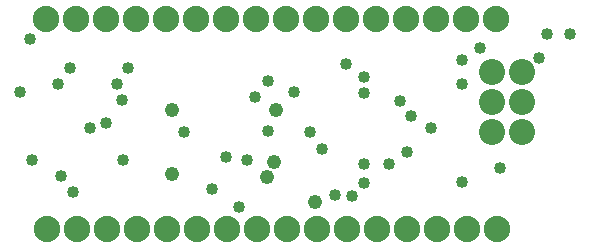
<source format=gbr>
G04 DipTrace 2.2.0.9*
%INBottomMask.gbr*%
%MOIN*%
%ADD26C,0.04*%
%ADD31C,0.048*%
%ADD33C,0.088*%
%ADD43C,0.0867*%
%FSLAX44Y44*%
%SFA1B1*%
%OFA0B0*%
G04*
G70*
G90*
G75*
G01*
%LNBotMask*%
%LPD*%
D31*
X17050Y5800D3*
X12280Y8850D3*
X12300Y6720D3*
X15450Y6630D3*
X15680Y7110D3*
X15770Y8850D3*
D26*
X10820Y10262D3*
X8880D3*
X10445Y9732D3*
X8485D3*
X7574Y11225D3*
X7624Y7180D3*
X8999Y6134D3*
X12680Y8130D3*
X10643Y9180D3*
X10660Y7180D3*
X22560Y10910D3*
X7229Y9465D3*
X9560Y8254D3*
X23234Y6909D3*
X24539Y10580D3*
X8604Y6664D3*
X13630Y6210D3*
X18691Y7061D3*
X19535D3*
X14100Y7282D3*
X20275Y8640D3*
X25550Y11370D3*
X24798D3*
X14794Y7179D3*
X16899Y8136D3*
X21957Y6461D3*
Y9725D3*
Y10515D3*
X15510Y8160D3*
X14535Y5620D3*
X18691Y6424D3*
X17732Y6029D3*
X18296Y5995D3*
X17294Y7542D3*
X20140Y7456D3*
X20940Y8245D3*
X19880Y9151D3*
X18691Y9416D3*
X18090Y10384D3*
X18691Y9946D3*
X16369Y9440D3*
X15504Y9835D3*
X15077Y9295D3*
X10090Y8427D3*
D43*
X23950Y8120D3*
Y9120D3*
Y10120D3*
X22950D3*
Y9120D3*
Y8120D3*
D33*
X23140Y4890D3*
X22140D3*
X21140D3*
X20140D3*
X19140D3*
X18140D3*
X17140D3*
X16140D3*
X15140D3*
X14140D3*
X13140D3*
X12140D3*
X11140D3*
X10140D3*
X9140D3*
X8140D3*
X23090Y11890D3*
X22090D3*
X21090D3*
X20090D3*
X19090D3*
X18090D3*
X17090D3*
X16090D3*
X15090D3*
X14090D3*
X13090D3*
X12090D3*
X11090D3*
X10090D3*
X9090D3*
X8090D3*
M02*

</source>
